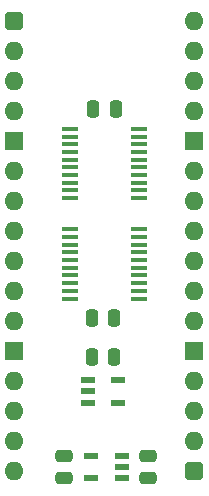
<source format=gts>
%TF.GenerationSoftware,KiCad,Pcbnew,9.0.2*%
%TF.CreationDate,2025-06-17T13:06:38+02:00*%
%TF.ProjectId,Register 8bit with IO,52656769-7374-4657-9220-386269742077,V0*%
%TF.SameCoordinates,Original*%
%TF.FileFunction,Soldermask,Top*%
%TF.FilePolarity,Negative*%
%FSLAX46Y46*%
G04 Gerber Fmt 4.6, Leading zero omitted, Abs format (unit mm)*
G04 Created by KiCad (PCBNEW 9.0.2) date 2025-06-17 13:06:38*
%MOMM*%
%LPD*%
G01*
G04 APERTURE LIST*
G04 Aperture macros list*
%AMRoundRect*
0 Rectangle with rounded corners*
0 $1 Rounding radius*
0 $2 $3 $4 $5 $6 $7 $8 $9 X,Y pos of 4 corners*
0 Add a 4 corners polygon primitive as box body*
4,1,4,$2,$3,$4,$5,$6,$7,$8,$9,$2,$3,0*
0 Add four circle primitives for the rounded corners*
1,1,$1+$1,$2,$3*
1,1,$1+$1,$4,$5*
1,1,$1+$1,$6,$7*
1,1,$1+$1,$8,$9*
0 Add four rect primitives between the rounded corners*
20,1,$1+$1,$2,$3,$4,$5,0*
20,1,$1+$1,$4,$5,$6,$7,0*
20,1,$1+$1,$6,$7,$8,$9,0*
20,1,$1+$1,$8,$9,$2,$3,0*%
G04 Aperture macros list end*
%ADD10RoundRect,0.400000X-0.400000X-0.400000X0.400000X-0.400000X0.400000X0.400000X-0.400000X0.400000X0*%
%ADD11O,1.600000X1.600000*%
%ADD12R,1.600000X1.600000*%
%ADD13R,1.250000X0.600000*%
%ADD14R,1.475000X0.450000*%
%ADD15RoundRect,0.250000X0.250000X0.475000X-0.250000X0.475000X-0.250000X-0.475000X0.250000X-0.475000X0*%
%ADD16RoundRect,0.250000X-0.250000X-0.475000X0.250000X-0.475000X0.250000X0.475000X-0.250000X0.475000X0*%
%ADD17RoundRect,0.250000X0.475000X-0.250000X0.475000X0.250000X-0.475000X0.250000X-0.475000X-0.250000X0*%
%ADD18R,1.150000X0.600000*%
G04 APERTURE END LIST*
D10*
%TO.C,J2*%
X0Y0D03*
D11*
X0Y-2540000D03*
X0Y-5080000D03*
X0Y-7620000D03*
D12*
X0Y-10160000D03*
D11*
X0Y-12700000D03*
X0Y-15240000D03*
X0Y-17780000D03*
X0Y-20320000D03*
X0Y-22860000D03*
X0Y-25400000D03*
D12*
X0Y-27940000D03*
D11*
X0Y-30480000D03*
X0Y-33020000D03*
X0Y-35560000D03*
X0Y-38100000D03*
D10*
X15240000Y-38100000D03*
D11*
X15240000Y-35560000D03*
X15240000Y-33020000D03*
X15240000Y-30480000D03*
D12*
X15240000Y-27940000D03*
D11*
X15240000Y-25400000D03*
X15240000Y-22860000D03*
X15240000Y-20320000D03*
X15240000Y-17780000D03*
X15240000Y-15240000D03*
X15240000Y-12700000D03*
D12*
X15240000Y-10160000D03*
D11*
X15240000Y-7620000D03*
X15240000Y-5080000D03*
X15240000Y-2540000D03*
X15240000Y0D03*
%TD*%
D13*
%TO.C,IC2*%
X6243000Y-30419000D03*
X6243000Y-31369000D03*
X6243000Y-32319000D03*
X8743000Y-32319000D03*
X8743000Y-30419000D03*
%TD*%
D14*
%TO.C,IC1*%
X4682000Y-17649000D03*
X4682000Y-18299000D03*
X4682000Y-18949000D03*
X4682000Y-19599000D03*
X4682000Y-20249000D03*
X4682000Y-20899000D03*
X4682000Y-21549000D03*
X4682000Y-22199000D03*
X4682000Y-22849000D03*
X4682000Y-23499000D03*
X10558000Y-23499000D03*
X10558000Y-22849000D03*
X10558000Y-22199000D03*
X10558000Y-21549000D03*
X10558000Y-20899000D03*
X10558000Y-20249000D03*
X10558000Y-19599000D03*
X10558000Y-18949000D03*
X10558000Y-18299000D03*
X10558000Y-17649000D03*
%TD*%
%TO.C,IC4*%
X10558000Y-14990000D03*
X10558000Y-14340000D03*
X10558000Y-13690000D03*
X10558000Y-13040000D03*
X10558000Y-12390000D03*
X10558000Y-11740000D03*
X10558000Y-11090000D03*
X10558000Y-10440000D03*
X10558000Y-9790000D03*
X10558000Y-9140000D03*
X4682000Y-9140000D03*
X4682000Y-9790000D03*
X4682000Y-10440000D03*
X4682000Y-11090000D03*
X4682000Y-11740000D03*
X4682000Y-12390000D03*
X4682000Y-13040000D03*
X4682000Y-13690000D03*
X4682000Y-14340000D03*
X4682000Y-14990000D03*
%TD*%
D15*
%TO.C,C4*%
X8427000Y-28448000D03*
X6527000Y-28448000D03*
%TD*%
D16*
%TO.C,C2*%
X6686000Y-7493000D03*
X8586000Y-7493000D03*
%TD*%
D15*
%TO.C,C1*%
X8427000Y-25146000D03*
X6527000Y-25146000D03*
%TD*%
D17*
%TO.C,C9*%
X4221000Y-38719000D03*
X4221000Y-36819000D03*
%TD*%
%TO.C,C8*%
X11333000Y-38719000D03*
X11333000Y-36819000D03*
%TD*%
D18*
%TO.C,IC5*%
X9077000Y-38735000D03*
X9077000Y-37785000D03*
X9077000Y-36835000D03*
X6477000Y-36835000D03*
X6477000Y-38735000D03*
%TD*%
M02*

</source>
